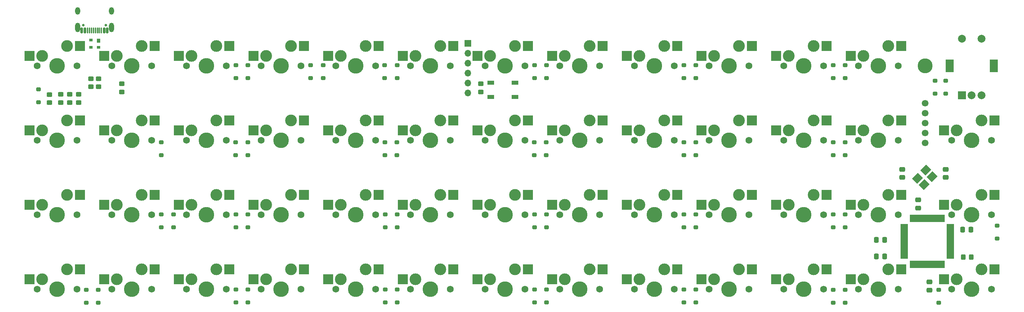
<source format=gbs>
G04 #@! TF.GenerationSoftware,KiCad,Pcbnew,(6.0.1-0)*
G04 #@! TF.CreationDate,2022-04-19T22:54:19-05:00*
G04 #@! TF.ProjectId,pcb,7063622e-6b69-4636-9164-5f7063625858,rev?*
G04 #@! TF.SameCoordinates,Original*
G04 #@! TF.FileFunction,Soldermask,Bot*
G04 #@! TF.FilePolarity,Negative*
%FSLAX46Y46*%
G04 Gerber Fmt 4.6, Leading zero omitted, Abs format (unit mm)*
G04 Created by KiCad (PCBNEW (6.0.1-0)) date 2022-04-19 22:54:19*
%MOMM*%
%LPD*%
G01*
G04 APERTURE LIST*
G04 Aperture macros list*
%AMRoundRect*
0 Rectangle with rounded corners*
0 $1 Rounding radius*
0 $2 $3 $4 $5 $6 $7 $8 $9 X,Y pos of 4 corners*
0 Add a 4 corners polygon primitive as box body*
4,1,4,$2,$3,$4,$5,$6,$7,$8,$9,$2,$3,0*
0 Add four circle primitives for the rounded corners*
1,1,$1+$1,$2,$3*
1,1,$1+$1,$4,$5*
1,1,$1+$1,$6,$7*
1,1,$1+$1,$8,$9*
0 Add four rect primitives between the rounded corners*
20,1,$1+$1,$2,$3,$4,$5,0*
20,1,$1+$1,$4,$5,$6,$7,0*
20,1,$1+$1,$6,$7,$8,$9,0*
20,1,$1+$1,$8,$9,$2,$3,0*%
%AMRotRect*
0 Rectangle, with rotation*
0 The origin of the aperture is its center*
0 $1 length*
0 $2 width*
0 $3 Rotation angle, in degrees counterclockwise*
0 Add horizontal line*
21,1,$1,$2,0,0,$3*%
G04 Aperture macros list end*
%ADD10C,3.000000*%
%ADD11C,1.750000*%
%ADD12C,3.987800*%
%ADD13R,2.550000X2.500000*%
%ADD14R,2.000000X2.000000*%
%ADD15C,2.000000*%
%ADD16R,2.000000X3.200000*%
%ADD17C,3.800000*%
%ADD18RoundRect,0.250000X-0.475000X0.337500X-0.475000X-0.337500X0.475000X-0.337500X0.475000X0.337500X0*%
%ADD19RoundRect,0.250000X0.350000X-0.250000X0.350000X0.250000X-0.350000X0.250000X-0.350000X-0.250000X0*%
%ADD20O,1.700000X1.700000*%
%ADD21R,1.700000X1.700000*%
%ADD22R,1.800000X1.100000*%
%ADD23RoundRect,0.200000X-0.750000X-0.250000X0.750000X-0.250000X0.750000X0.250000X-0.750000X0.250000X0*%
%ADD24RoundRect,0.200000X-0.250000X-0.750000X0.250000X-0.750000X0.250000X0.750000X-0.250000X0.750000X0*%
%ADD25RoundRect,0.250000X0.475000X-0.337500X0.475000X0.337500X-0.475000X0.337500X-0.475000X-0.337500X0*%
%ADD26RotRect,2.100000X1.800000X45.000000*%
%ADD27RoundRect,0.249999X0.450001X-0.325001X0.450001X0.325001X-0.450001X0.325001X-0.450001X-0.325001X0*%
%ADD28C,0.650000*%
%ADD29RoundRect,0.150000X-0.150000X-0.575000X0.150000X-0.575000X0.150000X0.575000X-0.150000X0.575000X0*%
%ADD30RoundRect,0.075000X-0.075000X-0.650000X0.075000X-0.650000X0.075000X0.650000X-0.075000X0.650000X0*%
%ADD31O,1.300000X2.400000*%
%ADD32O,1.300000X1.900000*%
%ADD33RoundRect,0.249999X-0.450001X0.325001X-0.450001X-0.325001X0.450001X-0.325001X0.450001X0.325001X0*%
%ADD34RoundRect,0.250000X-0.337500X-0.475000X0.337500X-0.475000X0.337500X0.475000X-0.337500X0.475000X0*%
%ADD35RoundRect,0.250000X0.337500X0.475000X-0.337500X0.475000X-0.337500X-0.475000X0.337500X-0.475000X0*%
%ADD36RoundRect,0.249999X0.325001X0.450001X-0.325001X0.450001X-0.325001X-0.450001X0.325001X-0.450001X0*%
%ADD37RoundRect,0.050000X-0.350000X0.500000X-0.350000X-0.500000X0.350000X-0.500000X0.350000X0.500000X0*%
%ADD38RoundRect,0.050000X-0.350000X0.300000X-0.350000X-0.300000X0.350000X-0.300000X0.350000X0.300000X0*%
%ADD39C,1.700000*%
G04 APERTURE END LIST*
D10*
X121180225Y-50653950D03*
D11*
X119910225Y-53193950D03*
D12*
X124990225Y-53193950D03*
D10*
X127530225Y-48113950D03*
D11*
X130070225Y-53193950D03*
D13*
X117905225Y-50653950D03*
X130832225Y-48113950D03*
D11*
X206270225Y-53193950D03*
D10*
X203730225Y-48113950D03*
X197380225Y-50653950D03*
D11*
X196110225Y-53193950D03*
D12*
X201190225Y-53193950D03*
D13*
X194105225Y-50653950D03*
X207032225Y-48113950D03*
D11*
X187220225Y-53193950D03*
D10*
X178330225Y-50653950D03*
X184680225Y-48113950D03*
D11*
X177060225Y-53193950D03*
D12*
X182140225Y-53193950D03*
D13*
X175055225Y-50653950D03*
X187982225Y-48113950D03*
D11*
X168170225Y-53193950D03*
D12*
X163090225Y-53193950D03*
D10*
X165630225Y-48113950D03*
X159280225Y-50653950D03*
D11*
X158010225Y-53193950D03*
D13*
X156005225Y-50653950D03*
X168932225Y-48113950D03*
D11*
X81810225Y-53193950D03*
D12*
X86890225Y-53193950D03*
D10*
X83080225Y-50653950D03*
X89430225Y-48113950D03*
D11*
X91970225Y-53193950D03*
D13*
X79805225Y-50653950D03*
X92732225Y-48113950D03*
D11*
X225320225Y-53193950D03*
D10*
X222780225Y-48113950D03*
D12*
X220240225Y-53193950D03*
D11*
X215160225Y-53193950D03*
D10*
X216430225Y-50653950D03*
D13*
X213155225Y-50653950D03*
X226082225Y-48113950D03*
D11*
X244370225Y-53193950D03*
D10*
X235480225Y-50653950D03*
X241830225Y-48113950D03*
D11*
X234210225Y-53193950D03*
D12*
X239290225Y-53193950D03*
D13*
X232205225Y-50653950D03*
X245132225Y-48113950D03*
D11*
X91970225Y-72243950D03*
D12*
X86890225Y-72243950D03*
D10*
X83080225Y-69703950D03*
D11*
X81810225Y-72243950D03*
D10*
X89430225Y-67163950D03*
D13*
X79805225Y-69703950D03*
X92732225Y-67163950D03*
D11*
X111020225Y-72243950D03*
D10*
X102130225Y-69703950D03*
D11*
X100860225Y-72243950D03*
D10*
X108480225Y-67163950D03*
D12*
X105940225Y-72243950D03*
D13*
X98855225Y-69703950D03*
X111782225Y-67163950D03*
D12*
X144045399Y-72243950D03*
D10*
X146585399Y-67163950D03*
D11*
X138965399Y-72243950D03*
X149125399Y-72243950D03*
D10*
X140235399Y-69703950D03*
D13*
X136960399Y-69703950D03*
X149887399Y-67163950D03*
D10*
X273580225Y-50653950D03*
D12*
X277390225Y-53193950D03*
D10*
X279930225Y-48113950D03*
D11*
X272310225Y-53193950D03*
X282470225Y-53193950D03*
D13*
X270305225Y-50653950D03*
X283232225Y-48113950D03*
D10*
X165630225Y-67163950D03*
X159280225Y-69703950D03*
D11*
X168170225Y-72243950D03*
X158010225Y-72243950D03*
D12*
X163090225Y-72243950D03*
D13*
X156005225Y-69703950D03*
X168932225Y-67163950D03*
D11*
X187220225Y-72243950D03*
D12*
X182140225Y-72243950D03*
D11*
X177060225Y-72243950D03*
D10*
X184680225Y-67163950D03*
X178330225Y-69703950D03*
D13*
X175055225Y-69703950D03*
X187982225Y-67163950D03*
D11*
X196110225Y-72243950D03*
D12*
X201190225Y-72243950D03*
D10*
X203730225Y-67163950D03*
D11*
X206270225Y-72243950D03*
D10*
X197380225Y-69703950D03*
D13*
X194105225Y-69703950D03*
X207032225Y-67163950D03*
D11*
X111020225Y-110343950D03*
D12*
X105940225Y-110343950D03*
D11*
X100860225Y-110343950D03*
D10*
X108480225Y-105263950D03*
X102130225Y-107803950D03*
D13*
X98855225Y-107803950D03*
X111782225Y-105263950D03*
D11*
X119910225Y-110343950D03*
D10*
X127530225Y-105263950D03*
D11*
X130070225Y-110343950D03*
D12*
X124990225Y-110343950D03*
D10*
X121180225Y-107803950D03*
D13*
X117905225Y-107803950D03*
X130832225Y-105263950D03*
D10*
X140230225Y-107803950D03*
X146580225Y-105263950D03*
D12*
X144040225Y-110343950D03*
D11*
X149120225Y-110343950D03*
X138960225Y-110343950D03*
D13*
X136955225Y-107803950D03*
X149882225Y-105263950D03*
D10*
X159280225Y-107803950D03*
D11*
X168170225Y-110343950D03*
D10*
X165630225Y-105263950D03*
D11*
X158010225Y-110343950D03*
D12*
X163090225Y-110343950D03*
D13*
X156005225Y-107803950D03*
X168932225Y-105263950D03*
D12*
X182140225Y-110343950D03*
D11*
X187220225Y-110343950D03*
D10*
X178330225Y-107803950D03*
X184680225Y-105263950D03*
D11*
X177060225Y-110343950D03*
D13*
X175055225Y-107803950D03*
X187982225Y-105263950D03*
D12*
X220240225Y-110343950D03*
D11*
X225320225Y-110343950D03*
D10*
X222780225Y-105263950D03*
D11*
X215160225Y-110343950D03*
D10*
X216430225Y-107803950D03*
D13*
X213155225Y-107803950D03*
X226082225Y-105263950D03*
D10*
X241830225Y-105263950D03*
X235480225Y-107803950D03*
D11*
X244370225Y-110343950D03*
X234210225Y-110343950D03*
D12*
X239290225Y-110343950D03*
D13*
X232205225Y-107803950D03*
X245132225Y-105263950D03*
D11*
X253260225Y-110343950D03*
D10*
X254530225Y-107803950D03*
X260880225Y-105263950D03*
D11*
X263420225Y-110343950D03*
D12*
X258340225Y-110343950D03*
D13*
X251255225Y-107803950D03*
X264182225Y-105263950D03*
D10*
X279930225Y-105263950D03*
D12*
X277390225Y-110343950D03*
D11*
X282470225Y-110343950D03*
X272310225Y-110343950D03*
D10*
X273580225Y-107803950D03*
D13*
X270305225Y-107803950D03*
X283232225Y-105263950D03*
D11*
X196110225Y-110343950D03*
X206270225Y-110343950D03*
D10*
X203730225Y-105263950D03*
D12*
X201190225Y-110343950D03*
D10*
X197380225Y-107803950D03*
D13*
X194105225Y-107803950D03*
X207032225Y-105263950D03*
D10*
X279930225Y-86213950D03*
D12*
X277390225Y-91293950D03*
D10*
X273580225Y-88753950D03*
D11*
X272310225Y-91293950D03*
X282470225Y-91293950D03*
D13*
X270305225Y-88753950D03*
X283232225Y-86213950D03*
D11*
X253260225Y-91293950D03*
D10*
X260880225Y-86213950D03*
D12*
X258340225Y-91293950D03*
D10*
X254530225Y-88753950D03*
D11*
X263420225Y-91293950D03*
D13*
X251255225Y-88753950D03*
X264182225Y-86213950D03*
D10*
X216430225Y-88753950D03*
D11*
X215160225Y-91293950D03*
D10*
X222780225Y-86213950D03*
D11*
X225320225Y-91293950D03*
D12*
X220240225Y-91293950D03*
D13*
X213155225Y-88753950D03*
X226082225Y-86213950D03*
D11*
X187220225Y-91293950D03*
X177060225Y-91293950D03*
D12*
X182140225Y-91293950D03*
D10*
X184680225Y-86213950D03*
X178330225Y-88753950D03*
D13*
X175055225Y-88753950D03*
X187982225Y-86213950D03*
D11*
X138960225Y-91293950D03*
D10*
X146580225Y-86213950D03*
D11*
X149120225Y-91293950D03*
D12*
X144040225Y-91293950D03*
D10*
X140230225Y-88753950D03*
D13*
X136955225Y-88753950D03*
X149882225Y-86213950D03*
D10*
X83080225Y-88753950D03*
X89430225Y-86213950D03*
D11*
X91970225Y-91293950D03*
X81810225Y-91293950D03*
D12*
X86890225Y-91293950D03*
D13*
X79805225Y-88753950D03*
X92732225Y-86213950D03*
D11*
X158010225Y-91293950D03*
D10*
X159280225Y-88753950D03*
X165630225Y-86213950D03*
D11*
X168170225Y-91293950D03*
D12*
X163090225Y-91293950D03*
D13*
X156005225Y-88753950D03*
X168932225Y-86213950D03*
D10*
X298980225Y-67163950D03*
D11*
X301520225Y-72243950D03*
D10*
X292630225Y-69703950D03*
D11*
X291360225Y-72243950D03*
D12*
X296440225Y-72243950D03*
D13*
X289355225Y-69703950D03*
X302282225Y-67163950D03*
D10*
X127530225Y-86213950D03*
D11*
X130070225Y-91293950D03*
D10*
X121180225Y-88753950D03*
D11*
X119910225Y-91293950D03*
D12*
X124990225Y-91293950D03*
D13*
X117905225Y-88753950D03*
X130832225Y-86213950D03*
D12*
X105940225Y-91293950D03*
D11*
X111020225Y-91293950D03*
D10*
X108480225Y-86213950D03*
X102130225Y-88753950D03*
D11*
X100860225Y-91293950D03*
D13*
X98855225Y-88753950D03*
X111782225Y-86213950D03*
D11*
X263420225Y-72243950D03*
D10*
X260880225Y-67163950D03*
D12*
X258340225Y-72243950D03*
D10*
X254530225Y-69703950D03*
D11*
X253260225Y-72243950D03*
D13*
X251255225Y-69703950D03*
X264182225Y-67163950D03*
D11*
X234210225Y-72243950D03*
D10*
X241830225Y-67163950D03*
D12*
X239290225Y-72243950D03*
D10*
X235480225Y-69703950D03*
D11*
X244370225Y-72243950D03*
D13*
X232205225Y-69703950D03*
X245132225Y-67163950D03*
D10*
X273580225Y-69703950D03*
D12*
X277390225Y-72243950D03*
D11*
X282470225Y-72243950D03*
D10*
X279930225Y-67163950D03*
D11*
X272310225Y-72243950D03*
D13*
X270305225Y-69703950D03*
X283232225Y-67163950D03*
D10*
X298980225Y-105263950D03*
D11*
X291360225Y-110343950D03*
D12*
X296440225Y-110343950D03*
D11*
X301520225Y-110343950D03*
D10*
X292630225Y-107803950D03*
D13*
X289355225Y-107803950D03*
X302282225Y-105263950D03*
D10*
X298980225Y-86213950D03*
X292630225Y-88753950D03*
D12*
X296440225Y-91293950D03*
D11*
X301520225Y-91293950D03*
X291360225Y-91293950D03*
D13*
X289355225Y-88753950D03*
X302282225Y-86213950D03*
D10*
X292630225Y-50653950D03*
D12*
X296440225Y-53193950D03*
D11*
X301520225Y-53193950D03*
X291360225Y-53193950D03*
D10*
X298980225Y-48113950D03*
D13*
X289355225Y-50653950D03*
X302282225Y-48113950D03*
D14*
X317752725Y-60693950D03*
D15*
X322752725Y-60693950D03*
X320252725Y-60693950D03*
D16*
X314652725Y-53193950D03*
X325852725Y-53193950D03*
D15*
X322752725Y-46193950D03*
X317752725Y-46193950D03*
D10*
X108480225Y-48113950D03*
X102130225Y-50653950D03*
D11*
X111020225Y-53193950D03*
X100860225Y-53193950D03*
D12*
X105940225Y-53193950D03*
D13*
X98855225Y-50653950D03*
X111782225Y-48113950D03*
D12*
X144040225Y-53193950D03*
D11*
X149120225Y-53193950D03*
D10*
X140230225Y-50653950D03*
D11*
X138960225Y-53193950D03*
D10*
X146580225Y-48113950D03*
D13*
X136955225Y-50653950D03*
X149882225Y-48113950D03*
D12*
X320252785Y-110344230D03*
D10*
X322792785Y-105264230D03*
D11*
X315172785Y-110344230D03*
X325332785Y-110344230D03*
D10*
X316442785Y-107804230D03*
D13*
X313167785Y-107804230D03*
X326094785Y-105264230D03*
D11*
X315172785Y-72244070D03*
D10*
X316442785Y-69704070D03*
X322792785Y-67164070D03*
D11*
X325332785Y-72244070D03*
D12*
X320252785Y-72244070D03*
D13*
X313167785Y-69704070D03*
X326094785Y-67164070D03*
D10*
X316442785Y-88754150D03*
X322792785Y-86214150D03*
D11*
X325332785Y-91294150D03*
D12*
X320252785Y-91294150D03*
D11*
X315172785Y-91294150D03*
D13*
X313167785Y-88754150D03*
X326094785Y-86214150D03*
D12*
X201190225Y-91293950D03*
D10*
X203730225Y-86213950D03*
D11*
X206270225Y-91293950D03*
X196110225Y-91293950D03*
D10*
X197380225Y-88753950D03*
D13*
X194105225Y-88753950D03*
X207032225Y-86213950D03*
D10*
X241830225Y-86213950D03*
D11*
X244370225Y-91293950D03*
D12*
X239290225Y-91293950D03*
D11*
X234210225Y-91293950D03*
D10*
X235480225Y-88753950D03*
D13*
X232205225Y-88753950D03*
X245132225Y-86213950D03*
D11*
X91970225Y-110343950D03*
D10*
X89430225Y-105263950D03*
D11*
X81810225Y-110343950D03*
D10*
X83080225Y-107803950D03*
D12*
X86890225Y-110343950D03*
D13*
X79805225Y-107803950D03*
X92732225Y-105263950D03*
D10*
X254530225Y-50653950D03*
X260880225Y-48113950D03*
D11*
X253260225Y-53193950D03*
D12*
X258340225Y-53193950D03*
D11*
X263420225Y-53193950D03*
D13*
X251255225Y-50653950D03*
X264182225Y-48113950D03*
D10*
X121180225Y-69703950D03*
X127530225Y-67163950D03*
D11*
X119910225Y-72243950D03*
D12*
X124990225Y-72243950D03*
D11*
X130070225Y-72243950D03*
D13*
X117905225Y-69703950D03*
X130832225Y-67163950D03*
D11*
X215160225Y-72243950D03*
D12*
X220240225Y-72243950D03*
D10*
X222780225Y-67163950D03*
D11*
X225320225Y-72243950D03*
D10*
X216430225Y-69703950D03*
D13*
X213155225Y-69703950D03*
X226082225Y-67163950D03*
D17*
X308346661Y-53193950D03*
D18*
X309490225Y-108456450D03*
X309490225Y-110531450D03*
D19*
X116590225Y-94443950D03*
X116590225Y-91143950D03*
X208590225Y-76043950D03*
X208590225Y-72743950D03*
X170490225Y-76043950D03*
X170490225Y-72743950D03*
X135581415Y-76043950D03*
X135581415Y-72743950D03*
X113490225Y-76043950D03*
X113490225Y-72743950D03*
X284890625Y-56306250D03*
X284890625Y-53006250D03*
X249881415Y-56306250D03*
X249881415Y-53006250D03*
X211781415Y-56306250D03*
X211781415Y-53006250D03*
X208681415Y-56306250D03*
X208681415Y-53006250D03*
X173651789Y-56333377D03*
X173651789Y-53033377D03*
X170476789Y-56333377D03*
X170476789Y-53033377D03*
X154751789Y-56306250D03*
X154751789Y-53006250D03*
X287990625Y-113750000D03*
X287990625Y-110450000D03*
X284890625Y-113750000D03*
X284890625Y-110450000D03*
X249890625Y-113713123D03*
X249890625Y-110413123D03*
X246790625Y-113706250D03*
X246790625Y-110406250D03*
X211783999Y-113706250D03*
X211783999Y-110406250D03*
X208700000Y-113706250D03*
X208700000Y-110406250D03*
X211790625Y-94506250D03*
X211790625Y-91206250D03*
X284890625Y-76043950D03*
X284890625Y-72743950D03*
X208690625Y-94506250D03*
X208690625Y-91206250D03*
X170585999Y-94506250D03*
X170585999Y-91206250D03*
X132490225Y-94443950D03*
X132490225Y-91143950D03*
X287990625Y-76043950D03*
X287990625Y-72743950D03*
X284890625Y-94506250D03*
X284890625Y-91206250D03*
X249890625Y-94506250D03*
X249890625Y-91206250D03*
X246790625Y-94506250D03*
X246790625Y-91206250D03*
X173690625Y-113706250D03*
X173690625Y-110406250D03*
X151576789Y-56306250D03*
X151576789Y-53006250D03*
X211690225Y-76043950D03*
X211690225Y-72743950D03*
D20*
X191665313Y-60143950D03*
X191665313Y-49983950D03*
X191665313Y-55063950D03*
X191665313Y-57603950D03*
X191665313Y-52523950D03*
D21*
X191665313Y-47443950D03*
D19*
X287990625Y-56306250D03*
X287990625Y-53006250D03*
X311790625Y-113750000D03*
X311790625Y-110450000D03*
X313590225Y-60243950D03*
X313590225Y-56943950D03*
X326690225Y-97343950D03*
X326690225Y-94043950D03*
D22*
X203690225Y-57443950D03*
X197490225Y-61143950D03*
X203690225Y-61143950D03*
X197490225Y-57443950D03*
D23*
X302990225Y-102093950D03*
X302990225Y-101293950D03*
X302990225Y-100493950D03*
X302990225Y-99693950D03*
X302990225Y-98893950D03*
X302990225Y-98093950D03*
X302990225Y-97293950D03*
X302990225Y-96493950D03*
X302990225Y-95693950D03*
X302990225Y-94893950D03*
X302990225Y-94093950D03*
D24*
X304890225Y-92193950D03*
X305690225Y-92193950D03*
X306490225Y-92193950D03*
X307290225Y-92193950D03*
X308090225Y-92193950D03*
X308890225Y-92193950D03*
X309690225Y-92193950D03*
X310490225Y-92193950D03*
X311290225Y-92193950D03*
X312090225Y-92193950D03*
X312890225Y-92193950D03*
D23*
X314790225Y-94093950D03*
X314790225Y-94893950D03*
X314790225Y-95693950D03*
X314790225Y-96493950D03*
X314790225Y-97293950D03*
X314790225Y-98093950D03*
X314790225Y-98893950D03*
X314790225Y-99693950D03*
X314790225Y-100493950D03*
X314790225Y-101293950D03*
X314790225Y-102093950D03*
D24*
X312890225Y-103993950D03*
X312090225Y-103993950D03*
X311290225Y-103993950D03*
X310490225Y-103993950D03*
X309690225Y-103993950D03*
X308890225Y-103993950D03*
X308090225Y-103993950D03*
X307290225Y-103993950D03*
X306490225Y-103993950D03*
X305690225Y-103993950D03*
X304890225Y-103993950D03*
D25*
X306590225Y-89531450D03*
X306590225Y-87456450D03*
X313590225Y-81731450D03*
X313590225Y-79656450D03*
X302490225Y-81731450D03*
X302490225Y-79656450D03*
D26*
X306451747Y-81906082D03*
X308502357Y-79855472D03*
X310128703Y-81481818D03*
X308078093Y-83532428D03*
D27*
X92390225Y-62518950D03*
X92390225Y-60468950D03*
D28*
X93525217Y-42765450D03*
X99305217Y-42765450D03*
D29*
X93165217Y-44091450D03*
X93965217Y-44091450D03*
D30*
X95165217Y-44091450D03*
X96161217Y-44091450D03*
X96665217Y-44091450D03*
X97665217Y-44091450D03*
D29*
X99665217Y-44091450D03*
X98865217Y-44091450D03*
D30*
X98165217Y-44091450D03*
X97165217Y-44091450D03*
X95665217Y-44091450D03*
X94665217Y-44091450D03*
D31*
X100715217Y-43316450D03*
D32*
X100715217Y-39116450D03*
X92115217Y-39116450D03*
D31*
X92115217Y-43316450D03*
D27*
X97490625Y-58518950D03*
X97490625Y-56468950D03*
X84940225Y-62568950D03*
X84940225Y-60518950D03*
D33*
X90090225Y-60468950D03*
X90090225Y-62518950D03*
D27*
X87790225Y-62518950D03*
X87790225Y-60468950D03*
D19*
X135590625Y-113706250D03*
X135590625Y-110406250D03*
X132490625Y-113713123D03*
X132490625Y-110413123D03*
D34*
X317952725Y-95093950D03*
X320027725Y-95093950D03*
D27*
X95490625Y-58518950D03*
X95490625Y-56468950D03*
D35*
X298027725Y-101893950D03*
X295952725Y-101893950D03*
X298027725Y-97693950D03*
X295952725Y-97693950D03*
D36*
X320115225Y-102093950D03*
X318065225Y-102093950D03*
D19*
X82090225Y-62443950D03*
X82090225Y-59143950D03*
X94290225Y-113743950D03*
X94290225Y-110443950D03*
X97390225Y-113743950D03*
X97390225Y-110443950D03*
X170590625Y-113706250D03*
X170590625Y-110406250D03*
X135590225Y-94443950D03*
X135590225Y-91143950D03*
X173650000Y-94506250D03*
X173650000Y-91206250D03*
X287990625Y-94506250D03*
X287990625Y-91206250D03*
X113490225Y-94443950D03*
X113490225Y-91143950D03*
X135581415Y-56306250D03*
X135581415Y-53006250D03*
X310890225Y-60243950D03*
X310890225Y-56943950D03*
X246781415Y-56306250D03*
X246781415Y-53006250D03*
X132490625Y-56299950D03*
X132490625Y-52999950D03*
D27*
X194990225Y-59818950D03*
X194990225Y-57768950D03*
D19*
X249881415Y-76043950D03*
X249881415Y-72743950D03*
X246781415Y-76043950D03*
X246781415Y-72743950D03*
X173590225Y-76043950D03*
X173590225Y-72743950D03*
X132431415Y-76043950D03*
X132431415Y-72743950D03*
D27*
X103340225Y-59818950D03*
X103340225Y-57768950D03*
D37*
X97490625Y-46743950D03*
D38*
X97490625Y-48443950D03*
X95490625Y-48443950D03*
X95490625Y-46543950D03*
D39*
X308390225Y-67843950D03*
X308390225Y-70383950D03*
X308390225Y-72923950D03*
X308390225Y-65303950D03*
X308390225Y-62763950D03*
M02*

</source>
